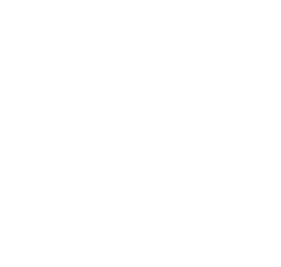
<source format=gbr>
From 69a08dacca69340c872528449dcab6e304934973 Mon Sep 17 00:00:00 2001
From: Blaise Thompson <blaise@untzag.com>
Date: Sat, 6 Mar 2021 12:12:09 -0600
Subject: digital driver revision B

---
 digital-driver/gerber/driver-F_Paste.gbr | 20 ++++++++++----------
 1 file changed, 10 insertions(+), 10 deletions(-)

(limited to 'digital-driver/gerber/driver-F_Paste.gbr')

diff --git a/digital-driver/gerber/driver-F_Paste.gbr b/digital-driver/gerber/driver-F_Paste.gbr
index 9aa2a0c..e74070e 100644
--- a/digital-driver/gerber/driver-F_Paste.gbr
+++ b/digital-driver/gerber/driver-F_Paste.gbr
@@ -1,12 +1,12 @@
 %TF.GenerationSoftware,KiCad,Pcbnew,5.1.8+dfsg1-1+b1*%
-%TF.CreationDate,2021-01-25T11:41:01-06:00*%
-%TF.ProjectId,driver,64726976-6572-42e6-9b69-6361645f7063,1.0.0*%
+%TF.CreationDate,2021-03-06T12:09:01-06:00*%
+%TF.ProjectId,driver,64726976-6572-42e6-9b69-6361645f7063,B*%
 %TF.SameCoordinates,Original*%
 %TF.FileFunction,Paste,Top*%
 %TF.FilePolarity,Positive*%
 %FSLAX46Y46*%
 G04 Gerber Fmt 4.6, Leading zero omitted, Abs format (unit mm)*
-G04 Created by KiCad (PCBNEW 5.1.8+dfsg1-1+b1) date 2021-01-25 11:41:01*
+G04 Created by KiCad (PCBNEW 5.1.8+dfsg1-1+b1) date 2021-03-06 12:09:01*
 %MOMM*%
 %LPD*%
 G01*
@@ -69,6 +69,13 @@ G75*
 G02*
 X167640000Y-81280000I0J-2540000D01*
 G01*
+D11*
+%TO.C,PS1*%
+X154090000Y-81630000D03*
+X143090000Y-81630000D03*
+X143090000Y-93630000D03*
+X154090000Y-93630000D03*
+%TD*%
 %TO.C,R7*%
 G36*
 G01*
@@ -169,13 +176,6 @@ X131455000Y-103210000I250000J0D01*
 G01*
 G37*
 %TD*%
-D11*
-%TO.C,PS1*%
-X154090000Y-81630000D03*
-X143090000Y-81630000D03*
-X143090000Y-93630000D03*
-X154090000Y-93630000D03*
-%TD*%
 %TO.C,R5*%
 G36*
 G01*
-- 
cgit v1.2.3


</source>
